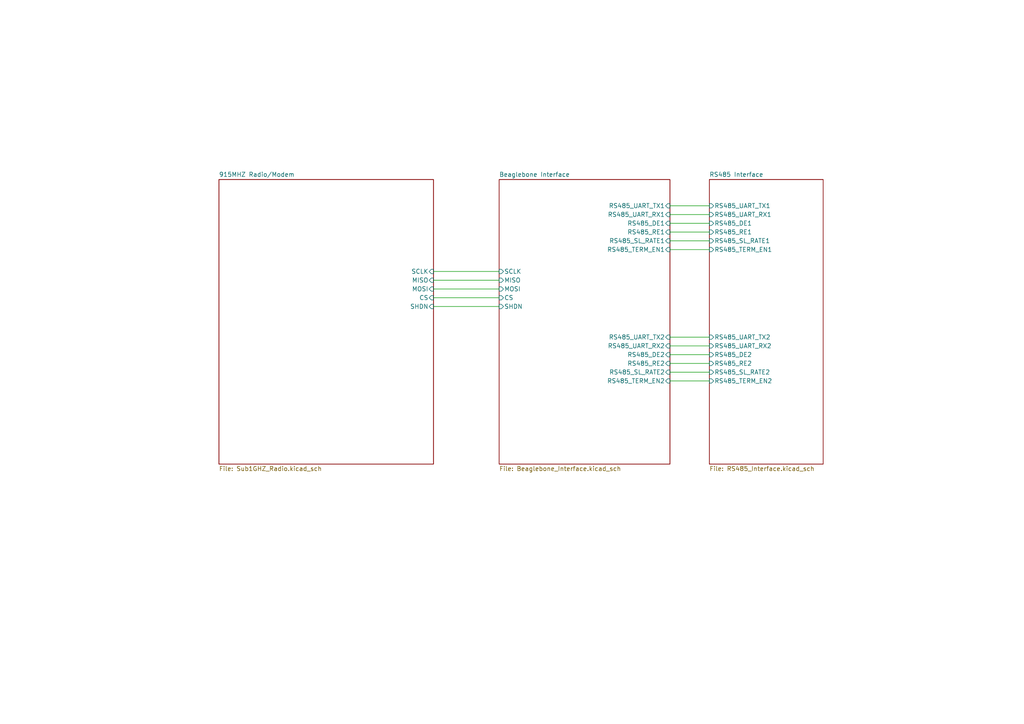
<source format=kicad_sch>
(kicad_sch
	(version 20231120)
	(generator "eeschema")
	(generator_version "8.0")
	(uuid "e4065b0c-66d2-434f-b1b5-ef3810d5298a")
	(paper "A4")
	(lib_symbols)
	(wire
		(pts
			(xy 205.74 107.95) (xy 194.31 107.95)
		)
		(stroke
			(width 0)
			(type default)
		)
		(uuid "0652f6aa-930c-4d61-a0dd-0566c49f656f")
	)
	(wire
		(pts
			(xy 144.78 88.9) (xy 125.73 88.9)
		)
		(stroke
			(width 0)
			(type default)
		)
		(uuid "099cb6cb-440a-4983-bf75-e3f6d5159b7d")
	)
	(wire
		(pts
			(xy 194.31 97.79) (xy 205.74 97.79)
		)
		(stroke
			(width 0)
			(type default)
		)
		(uuid "1943ee2c-c9fe-41bb-a307-e3a4337a6078")
	)
	(wire
		(pts
			(xy 144.78 86.36) (xy 125.73 86.36)
		)
		(stroke
			(width 0)
			(type default)
		)
		(uuid "23fd097a-03cf-4549-8bc8-17106ad6221a")
	)
	(wire
		(pts
			(xy 194.31 67.31) (xy 205.74 67.31)
		)
		(stroke
			(width 0)
			(type default)
		)
		(uuid "2f0e9b0e-fac3-4d18-b1d6-c65ded9372ea")
	)
	(wire
		(pts
			(xy 194.31 59.69) (xy 205.74 59.69)
		)
		(stroke
			(width 0)
			(type default)
		)
		(uuid "342827ed-679f-4e9a-8216-ebd7437e56b6")
	)
	(wire
		(pts
			(xy 194.31 72.39) (xy 205.74 72.39)
		)
		(stroke
			(width 0)
			(type default)
		)
		(uuid "41578736-8437-4185-8ea4-a60ef3fe9af7")
	)
	(wire
		(pts
			(xy 144.78 78.74) (xy 125.73 78.74)
		)
		(stroke
			(width 0)
			(type default)
		)
		(uuid "49fe54c0-998e-4f64-91ef-bf13e0a91372")
	)
	(wire
		(pts
			(xy 194.31 110.49) (xy 205.74 110.49)
		)
		(stroke
			(width 0)
			(type default)
		)
		(uuid "6319a2b6-36ac-4a8a-b531-ae24fe15131d")
	)
	(wire
		(pts
			(xy 144.78 83.82) (xy 125.73 83.82)
		)
		(stroke
			(width 0)
			(type default)
		)
		(uuid "6d41d9d0-87a0-41a9-af7c-1e376da0e1b6")
	)
	(wire
		(pts
			(xy 194.31 100.33) (xy 205.74 100.33)
		)
		(stroke
			(width 0)
			(type default)
		)
		(uuid "8024fb6f-1e3d-4be5-ba4a-945a60727980")
	)
	(wire
		(pts
			(xy 194.31 105.41) (xy 205.74 105.41)
		)
		(stroke
			(width 0)
			(type default)
		)
		(uuid "919eb5a9-2334-4d56-ab06-18215318c803")
	)
	(wire
		(pts
			(xy 194.31 62.23) (xy 205.74 62.23)
		)
		(stroke
			(width 0)
			(type default)
		)
		(uuid "98f4b330-f38d-4fcb-ae95-33f8e8116e6e")
	)
	(wire
		(pts
			(xy 205.74 69.85) (xy 194.31 69.85)
		)
		(stroke
			(width 0)
			(type default)
		)
		(uuid "b6a0a946-3e0c-4d96-934b-9fb524ac59cc")
	)
	(wire
		(pts
			(xy 144.78 81.28) (xy 125.73 81.28)
		)
		(stroke
			(width 0)
			(type default)
		)
		(uuid "c4479209-4e1b-4947-8c62-6d7c681c9dd5")
	)
	(wire
		(pts
			(xy 194.31 64.77) (xy 205.74 64.77)
		)
		(stroke
			(width 0)
			(type default)
		)
		(uuid "ca5bb9ca-af9f-477d-9287-a8d0765fc8ec")
	)
	(wire
		(pts
			(xy 205.74 102.87) (xy 194.31 102.87)
		)
		(stroke
			(width 0)
			(type default)
		)
		(uuid "e745195f-8129-4a14-9a60-89cb3f348f71")
	)
	(sheet
		(at 144.78 52.07)
		(size 49.53 82.55)
		(fields_autoplaced yes)
		(stroke
			(width 0)
			(type solid)
		)
		(fill
			(color 0 0 0 0.0000)
		)
		(uuid "00000000-0000-0000-0000-00005eff01a0")
		(property "Sheetname" "Beaglebone Interface"
			(at 144.78 51.3584 0)
			(effects
				(font
					(size 1.27 1.27)
				)
				(justify left bottom)
			)
		)
		(property "Sheetfile" "Beaglebone_Interface.kicad_sch"
			(at 144.78 135.2046 0)
			(effects
				(font
					(size 1.27 1.27)
				)
				(justify left top)
			)
		)
		(pin "RS485_UART_TX1" input
			(at 194.31 59.69 0)
			(effects
				(font
					(size 1.27 1.27)
				)
				(justify right)
			)
			(uuid "724f3d40-6c07-4e28-be6e-56088aa861c5")
		)
		(pin "RS485_UART_RX1" input
			(at 194.31 62.23 0)
			(effects
				(font
					(size 1.27 1.27)
				)
				(justify right)
			)
			(uuid "21189542-5270-425b-81f6-9240bc7ac476")
		)
		(pin "RS485_UART_TX2" input
			(at 194.31 97.79 0)
			(effects
				(font
					(size 1.27 1.27)
				)
				(justify right)
			)
			(uuid "bbc1f2eb-3f94-4fed-be2d-3b0263fa0ce3")
		)
		(pin "RS485_UART_RX2" input
			(at 194.31 100.33 0)
			(effects
				(font
					(size 1.27 1.27)
				)
				(justify right)
			)
			(uuid "25739acb-3d92-41b3-97ff-feba9e87bf6c")
		)
		(pin "RS485_DE2" input
			(at 194.31 102.87 0)
			(effects
				(font
					(size 1.27 1.27)
				)
				(justify right)
			)
			(uuid "2887d4fe-7c61-40f9-840d-970bcdde23cf")
		)
		(pin "RS485_DE1" input
			(at 194.31 64.77 0)
			(effects
				(font
					(size 1.27 1.27)
				)
				(justify right)
			)
			(uuid "4ee5b12b-debf-45be-9532-3db7a15f980c")
		)
		(pin "RS485_SL_RATE2" input
			(at 194.31 107.95 0)
			(effects
				(font
					(size 1.27 1.27)
				)
				(justify right)
			)
			(uuid "c58d06ea-8d2c-4a47-accd-a35f8576bbad")
		)
		(pin "RS485_SL_RATE1" input
			(at 194.31 69.85 0)
			(effects
				(font
					(size 1.27 1.27)
				)
				(justify right)
			)
			(uuid "a80bf5ef-82a7-4b39-919b-18e2c9974cba")
		)
		(pin "RS485_TERM_EN1" input
			(at 194.31 72.39 0)
			(effects
				(font
					(size 1.27 1.27)
				)
				(justify right)
			)
			(uuid "c6766215-089d-4843-8a58-2cd1720c7d66")
		)
		(pin "RS485_RE1" input
			(at 194.31 67.31 0)
			(effects
				(font
					(size 1.27 1.27)
				)
				(justify right)
			)
			(uuid "439e06cf-33cf-4282-8029-012b306e0cdb")
		)
		(pin "RS485_RE2" input
			(at 194.31 105.41 0)
			(effects
				(font
					(size 1.27 1.27)
				)
				(justify right)
			)
			(uuid "06f3e37d-1802-43d8-8c62-625761b36520")
		)
		(pin "RS485_TERM_EN2" input
			(at 194.31 110.49 0)
			(effects
				(font
					(size 1.27 1.27)
				)
				(justify right)
			)
			(uuid "8fc4d659-3781-46d7-8aba-412da3ff4acd")
		)
		(pin "SCLK" input
			(at 144.78 78.74 180)
			(effects
				(font
					(size 1.27 1.27)
				)
				(justify left)
			)
			(uuid "a5e492bf-231e-4785-b2fd-d103771db405")
		)
		(pin "MISO" input
			(at 144.78 81.28 180)
			(effects
				(font
					(size 1.27 1.27)
				)
				(justify left)
			)
			(uuid "21d0c0e2-38f3-4f3f-9f05-cc19fc5e1380")
		)
		(pin "MOSI" input
			(at 144.78 83.82 180)
			(effects
				(font
					(size 1.27 1.27)
				)
				(justify left)
			)
			(uuid "25ce04f1-5456-4f48-8213-750c0d66a45b")
		)
		(pin "CS" input
			(at 144.78 86.36 180)
			(effects
				(font
					(size 1.27 1.27)
				)
				(justify left)
			)
			(uuid "5c132110-58bc-4f97-bd63-5e3369572164")
		)
		(pin "SHDN" input
			(at 144.78 88.9 180)
			(effects
				(font
					(size 1.27 1.27)
				)
				(justify left)
			)
			(uuid "a1a76181-3078-4ee0-b94f-0e8a565704d7")
		)
		(instances
			(project "agricoltura-madre-cape"
				(path "/e4065b0c-66d2-434f-b1b5-ef3810d5298a"
					(page "3")
				)
			)
		)
	)
	(sheet
		(at 205.74 52.07)
		(size 33.02 82.55)
		(fields_autoplaced yes)
		(stroke
			(width 0)
			(type solid)
		)
		(fill
			(color 0 0 0 0.0000)
		)
		(uuid "00000000-0000-0000-0000-00005eff8157")
		(property "Sheetname" "RS485 Interface"
			(at 205.74 51.3584 0)
			(effects
				(font
					(size 1.27 1.27)
				)
				(justify left bottom)
			)
		)
		(property "Sheetfile" "RS485_Interface.kicad_sch"
			(at 205.74 135.2046 0)
			(effects
				(font
					(size 1.27 1.27)
				)
				(justify left top)
			)
		)
		(pin "RS485_UART_TX1" input
			(at 205.74 59.69 180)
			(effects
				(font
					(size 1.27 1.27)
				)
				(justify left)
			)
			(uuid "09d4d36b-bd7d-44b9-bc52-ff8549c2a745")
		)
		(pin "RS485_UART_RX1" input
			(at 205.74 62.23 180)
			(effects
				(font
					(size 1.27 1.27)
				)
				(justify left)
			)
			(uuid "84fcaf25-3a27-4fcf-a1ca-b6981db0a962")
		)
		(pin "RS485_UART_TX2" input
			(at 205.74 97.79 180)
			(effects
				(font
					(size 1.27 1.27)
				)
				(justify left)
			)
			(uuid "57517705-ff0d-4007-96db-97055595cc8c")
		)
		(pin "RS485_UART_RX2" input
			(at 205.74 100.33 180)
			(effects
				(font
					(size 1.27 1.27)
				)
				(justify left)
			)
			(uuid "7b6f0020-8947-41ec-8c78-2d59b59454d2")
		)
		(pin "RS485_DE2" input
			(at 205.74 102.87 180)
			(effects
				(font
					(size 1.27 1.27)
				)
				(justify left)
			)
			(uuid "1324590a-9f70-4c28-827c-87f60da64442")
		)
		(pin "RS485_DE1" input
			(at 205.74 64.77 180)
			(effects
				(font
					(size 1.27 1.27)
				)
				(justify left)
			)
			(uuid "8139ae15-a7d7-4bd1-880c-de160dd4b3fe")
		)
		(pin "RS485_SL_RATE2" input
			(at 205.74 107.95 180)
			(effects
				(font
					(size 1.27 1.27)
				)
				(justify left)
			)
			(uuid "937b2fa1-6920-47cb-9b54-75c5b5a7e437")
		)
		(pin "RS485_SL_RATE1" input
			(at 205.74 69.85 180)
			(effects
				(font
					(size 1.27 1.27)
				)
				(justify left)
			)
			(uuid "a58c5ee3-b188-4b8d-8d57-48be6939ade6")
		)
		(pin "RS485_TERM_EN1" input
			(at 205.74 72.39 180)
			(effects
				(font
					(size 1.27 1.27)
				)
				(justify left)
			)
			(uuid "2bdc96b4-1387-485d-aa0f-cbf220449486")
		)
		(pin "RS485_RE1" input
			(at 205.74 67.31 180)
			(effects
				(font
					(size 1.27 1.27)
				)
				(justify left)
			)
			(uuid "5b99368f-cdf2-40d5-b403-2e82abaf5d59")
		)
		(pin "RS485_RE2" input
			(at 205.74 105.41 180)
			(effects
				(font
					(size 1.27 1.27)
				)
				(justify left)
			)
			(uuid "8ed5b8bb-17e5-4cc9-991d-fa33f72a6014")
		)
		(pin "RS485_TERM_EN2" input
			(at 205.74 110.49 180)
			(effects
				(font
					(size 1.27 1.27)
				)
				(justify left)
			)
			(uuid "ef91300c-80e3-4457-8d4d-a7f588cb7a59")
		)
		(instances
			(project "agricoltura-madre-cape"
				(path "/e4065b0c-66d2-434f-b1b5-ef3810d5298a"
					(page "4")
				)
			)
		)
	)
	(sheet
		(at 63.5 52.07)
		(size 62.23 82.55)
		(fields_autoplaced yes)
		(stroke
			(width 0)
			(type solid)
		)
		(fill
			(color 0 0 0 0.0000)
		)
		(uuid "00000000-0000-0000-0000-00005f03e6ae")
		(property "Sheetname" "915MHZ Radio/Modem"
			(at 63.5 51.3584 0)
			(effects
				(font
					(size 1.27 1.27)
				)
				(justify left bottom)
			)
		)
		(property "Sheetfile" "Sub1GHZ_Radio.kicad_sch"
			(at 63.5 135.2046 0)
			(effects
				(font
					(size 1.27 1.27)
				)
				(justify left top)
			)
		)
		(pin "SCLK" input
			(at 125.73 78.74 0)
			(effects
				(font
					(size 1.27 1.27)
				)
				(justify right)
			)
			(uuid "a31d17aa-3de3-45f5-9b39-46a39b6fc122")
		)
		(pin "MISO" input
			(at 125.73 81.28 0)
			(effects
				(font
					(size 1.27 1.27)
				)
				(justify right)
			)
			(uuid "4d275eed-0f8b-4e44-84e8-1810f050a316")
		)
		(pin "MOSI" input
			(at 125.73 83.82 0)
			(effects
				(font
					(size 1.27 1.27)
				)
				(justify right)
			)
			(uuid "da2ec99d-b6c2-4cd8-891b-2d9ee44841b6")
		)
		(pin "CS" input
			(at 125.73 86.36 0)
			(effects
				(font
					(size 1.27 1.27)
				)
				(justify right)
			)
			(uuid "b55dd577-5e1e-42f3-8304-1ec749384071")
		)
		(pin "SHDN" input
			(at 125.73 88.9 0)
			(effects
				(font
					(size 1.27 1.27)
				)
				(justify right)
			)
			(uuid "be6eeea6-6ebb-4cf7-a611-52e1be31c877")
		)
		(instances
			(project "agricoltura-madre-cape"
				(path "/e4065b0c-66d2-434f-b1b5-ef3810d5298a"
					(page "2")
				)
			)
		)
	)
	(sheet_instances
		(path "/"
			(page "1")
		)
	)
)
</source>
